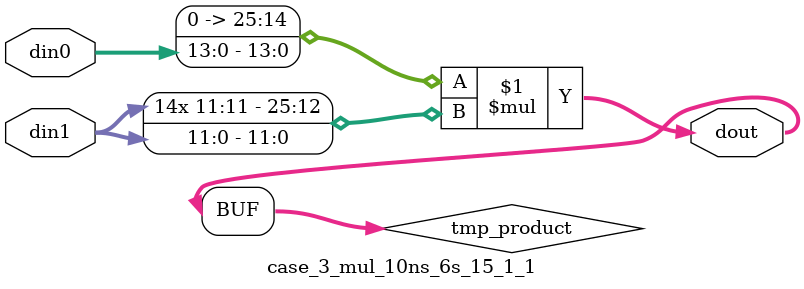
<source format=v>

`timescale 1 ns / 1 ps

 (* use_dsp = "no" *)  module case_3_mul_10ns_6s_15_1_1(din0, din1, dout);
parameter ID = 1;
parameter NUM_STAGE = 0;
parameter din0_WIDTH = 14;
parameter din1_WIDTH = 12;
parameter dout_WIDTH = 26;

input [din0_WIDTH - 1 : 0] din0; 
input [din1_WIDTH - 1 : 0] din1; 
output [dout_WIDTH - 1 : 0] dout;

wire signed [dout_WIDTH - 1 : 0] tmp_product;

























assign tmp_product = $signed({1'b0, din0}) * $signed(din1);










assign dout = tmp_product;





















endmodule

</source>
